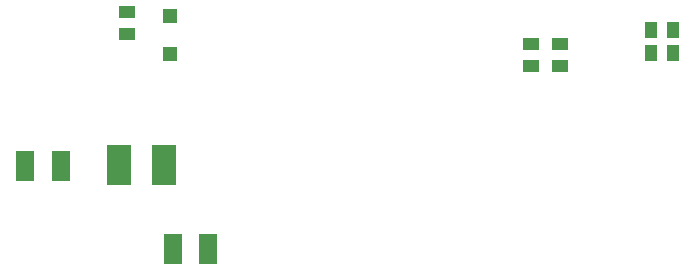
<source format=gtp>
G04*
G04 #@! TF.GenerationSoftware,Altium Limited,Altium Designer,20.0.12 (288)*
G04*
G04 Layer_Color=8421504*
%FSLAX25Y25*%
%MOIN*%
G70*
G01*
G75*
%ADD15R,0.07874X0.13780*%
%ADD16R,0.04803X0.04724*%
%ADD17R,0.05512X0.04134*%
%ADD18R,0.04134X0.05512*%
%ADD19R,0.05906X0.09843*%
D15*
X125197Y48425D02*
D03*
X140157D02*
D03*
D16*
X142126Y85433D02*
D03*
Y98032D02*
D03*
D17*
X272146Y88583D02*
D03*
Y81299D02*
D03*
X262697Y88583D02*
D03*
Y81299D02*
D03*
X127953Y99311D02*
D03*
Y92028D02*
D03*
D18*
X302559Y85827D02*
D03*
X309842D02*
D03*
X302559Y93307D02*
D03*
X309842D02*
D03*
D19*
X143307Y20472D02*
D03*
X155118D02*
D03*
X105905Y48031D02*
D03*
X94095D02*
D03*
M02*

</source>
